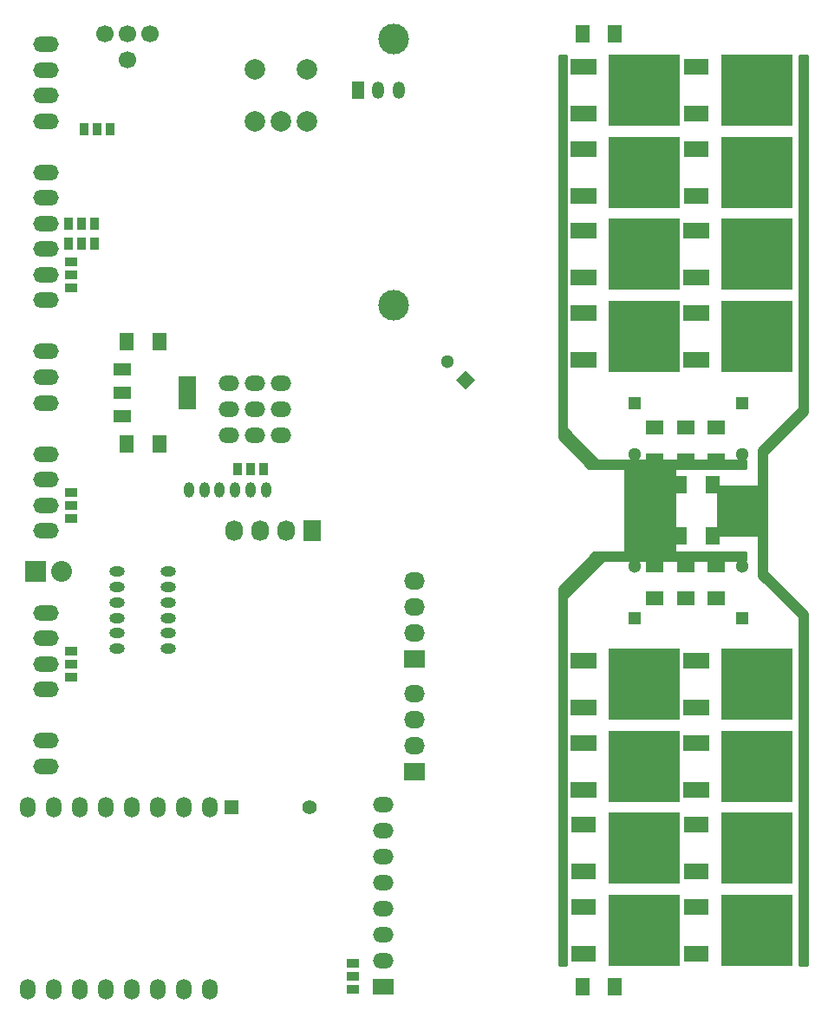
<source format=gbr>
G04 #@! TF.FileFunction,Soldermask,Bot*
%FSLAX46Y46*%
G04 Gerber Fmt 4.6, Leading zero omitted, Abs format (unit mm)*
G04 Created by KiCad (PCBNEW 4.0.7) date 01/01/18 23:45:37*
%MOMM*%
%LPD*%
G01*
G04 APERTURE LIST*
%ADD10C,0.100000*%
%ADD11R,2.032000X1.727200*%
%ADD12O,2.032000X1.727200*%
%ADD13R,1.300000X1.300000*%
%ADD14C,1.300000*%
%ADD15O,1.524000X1.000000*%
%ADD16O,1.000000X1.524000*%
%ADD17R,1.700000X1.200000*%
%ADD18R,1.700000X3.300000*%
%ADD19R,2.499360X1.501140*%
%ADD20R,7.000240X7.000240*%
%ADD21R,2.400000X1.500000*%
%ADD22R,1.727200X2.032000*%
%ADD23O,1.727200X2.032000*%
%ADD24O,2.500000X1.500000*%
%ADD25R,1.400000X1.800000*%
%ADD26R,1.800000X1.400000*%
%ADD27R,1.270000X0.965200*%
%ADD28R,0.965200X1.270000*%
%ADD29R,2.000000X1.500000*%
%ADD30O,2.000000X1.500000*%
%ADD31R,2.032000X2.032000*%
%ADD32O,2.032000X2.032000*%
%ADD33C,4.064000*%
%ADD34C,1.700000*%
%ADD35O,1.500000X2.000000*%
%ADD36R,1.397000X1.397000*%
%ADD37C,1.397000*%
%ADD38R,1.200000X1.700000*%
%ADD39O,1.200000X1.700000*%
%ADD40C,3.000000*%
%ADD41C,2.000000*%
%ADD42C,0.254000*%
G04 APERTURE END LIST*
D10*
D11*
X39000000Y-73500000D03*
D12*
X39000000Y-70960000D03*
X39000000Y-68420000D03*
X39000000Y-65880000D03*
D13*
X71000000Y-58500000D03*
D14*
X71000000Y-53500000D03*
D15*
X10000000Y-61500000D03*
X10000000Y-60000000D03*
X10000000Y-58500000D03*
X10000000Y-57000000D03*
X10000000Y-55500000D03*
X10000000Y-54000000D03*
D16*
X24500000Y-46000000D03*
X23000000Y-46000000D03*
X21500000Y-46000000D03*
X20000000Y-46000000D03*
X18500000Y-46000000D03*
X17000000Y-46000000D03*
D17*
X10500000Y-38800000D03*
X10500000Y-36500000D03*
X10500000Y-34200000D03*
D18*
X16800000Y-36500000D03*
D19*
X55550680Y-9275840D03*
X55550680Y-4724160D03*
D20*
X61449320Y-7000000D03*
D19*
X55550680Y-17275840D03*
X55550680Y-12724160D03*
D20*
X61449320Y-15000000D03*
D19*
X66550680Y-25275840D03*
X66550680Y-20724160D03*
D20*
X72449320Y-23000000D03*
D19*
X55550680Y-25275840D03*
X55550680Y-20724160D03*
D20*
X61449320Y-23000000D03*
D19*
X66550680Y-33275840D03*
X66550680Y-28724160D03*
D20*
X72449320Y-31000000D03*
D19*
X55550680Y-33275840D03*
X55550680Y-28724160D03*
D20*
X61449320Y-31000000D03*
D19*
X66550680Y-67275840D03*
X66550680Y-62724160D03*
D20*
X72449320Y-65000000D03*
D19*
X55550680Y-67275840D03*
X55550680Y-62724160D03*
D20*
X61449320Y-65000000D03*
D19*
X66550680Y-75275840D03*
X66550680Y-70724160D03*
D20*
X72449320Y-73000000D03*
D19*
X55550680Y-75275840D03*
X55550680Y-70724160D03*
D20*
X61449320Y-73000000D03*
D21*
X66550000Y-9300000D03*
X66550000Y-4700000D03*
D20*
X72449320Y-7000000D03*
D21*
X66550000Y-17300000D03*
X66550000Y-12700000D03*
D20*
X72449320Y-15000000D03*
D22*
X29000000Y-50000000D03*
D23*
X26460000Y-50000000D03*
X23920000Y-50000000D03*
X21380000Y-50000000D03*
D13*
X71000000Y-37500000D03*
D14*
X71000000Y-42500000D03*
D13*
X60500000Y-37500000D03*
D14*
X60500000Y-42500000D03*
D13*
X60500000Y-58500000D03*
D14*
X60500000Y-53500000D03*
D24*
X3000000Y-58000000D03*
X3000000Y-60500000D03*
X3000000Y-63000000D03*
X3000000Y-65500000D03*
X3000000Y-15000000D03*
X3000000Y-17500000D03*
X3000000Y-20000000D03*
X3000000Y-22500000D03*
X3000000Y-25000000D03*
X3000000Y-27500000D03*
D25*
X14100000Y-31500000D03*
X10900000Y-31500000D03*
X14100000Y-41500000D03*
X10900000Y-41500000D03*
D26*
X68500000Y-39900000D03*
X68500000Y-43100000D03*
X65500000Y-39900000D03*
X65500000Y-43100000D03*
X62500000Y-39900000D03*
X62500000Y-43100000D03*
D27*
X5500000Y-61730000D03*
X5500000Y-63000000D03*
X5500000Y-64270000D03*
D28*
X24270000Y-44000000D03*
X23000000Y-44000000D03*
X21730000Y-44000000D03*
D27*
X5500000Y-26270000D03*
X5500000Y-25000000D03*
X5500000Y-23730000D03*
D26*
X62500000Y-56600000D03*
X62500000Y-53400000D03*
X68500000Y-56600000D03*
X68500000Y-53400000D03*
X65500000Y-56600000D03*
X65500000Y-53400000D03*
D15*
X15000000Y-61500000D03*
X15000000Y-60000000D03*
X15000000Y-58500000D03*
X15000000Y-57000000D03*
X15000000Y-55500000D03*
X15000000Y-54000000D03*
D29*
X36000000Y-94500000D03*
D30*
X36000000Y-91960000D03*
X36000000Y-89420000D03*
X36000000Y-86880000D03*
X36000000Y-84340000D03*
X36000000Y-81800000D03*
X36000000Y-79260000D03*
X36000000Y-76720000D03*
D24*
X3000000Y-70500000D03*
X3000000Y-73000000D03*
D21*
X66550000Y-83300000D03*
X66550000Y-78700000D03*
D20*
X72449320Y-81000000D03*
D21*
X55550000Y-83300000D03*
X55550000Y-78700000D03*
D20*
X61449320Y-81000000D03*
D21*
X66550000Y-91300000D03*
X66550000Y-86700000D03*
D20*
X72449320Y-89000000D03*
D21*
X55550000Y-91300000D03*
X55550000Y-86700000D03*
D20*
X61449320Y-89000000D03*
D24*
X3000000Y-2500000D03*
X3000000Y-5000000D03*
X3000000Y-7500000D03*
X3000000Y-10000000D03*
X3000000Y-42500000D03*
X3000000Y-45000000D03*
X3000000Y-47500000D03*
X3000000Y-50000000D03*
D31*
X2000000Y-54000000D03*
D32*
X4540000Y-54000000D03*
D24*
X3000000Y-32500000D03*
X3000000Y-35000000D03*
X3000000Y-37500000D03*
D11*
X39000000Y-62500000D03*
D12*
X39000000Y-59960000D03*
X39000000Y-57420000D03*
X39000000Y-54880000D03*
D28*
X6730000Y-10750000D03*
X8000000Y-10750000D03*
X9270000Y-10750000D03*
D27*
X5500000Y-46230000D03*
X5500000Y-47500000D03*
X5500000Y-48770000D03*
D33*
X71000000Y-48000000D03*
X62000000Y-48000000D03*
D34*
X8800000Y-1500000D03*
X11000000Y-1500000D03*
X11000000Y-4000000D03*
X13200000Y-1500000D03*
D35*
X19000000Y-77000000D03*
X16460000Y-77000000D03*
X13920000Y-77000000D03*
X11380000Y-77000000D03*
X8840000Y-77000000D03*
X6300000Y-77000000D03*
X3760000Y-77000000D03*
X1220000Y-77000000D03*
X19000000Y-94780000D03*
X16460000Y-94780000D03*
X13920000Y-94780000D03*
X11380000Y-94780000D03*
X8840000Y-94780000D03*
X6300000Y-94780000D03*
X3760000Y-94780000D03*
X1220000Y-94780000D03*
D14*
X42232233Y-33482233D03*
D10*
G36*
X44919239Y-35250000D02*
X44000000Y-36169239D01*
X43080761Y-35250000D01*
X44000000Y-34330761D01*
X44919239Y-35250000D01*
X44919239Y-35250000D01*
G37*
D28*
X5230000Y-20000000D03*
X6500000Y-20000000D03*
X7770000Y-20000000D03*
X7770000Y-22000000D03*
X6500000Y-22000000D03*
X5230000Y-22000000D03*
D36*
X21190000Y-77000000D03*
D37*
X28810000Y-77000000D03*
D38*
X33500000Y-7000000D03*
D39*
X35500000Y-7000000D03*
X37500000Y-7000000D03*
D40*
X37000000Y-28000000D03*
X37000000Y-2000000D03*
D30*
X25960000Y-40700000D03*
X25960000Y-38160000D03*
X25960000Y-35620000D03*
X23420000Y-40700000D03*
X23420000Y-38160000D03*
X23420000Y-35620000D03*
X20880000Y-40700000D03*
X20880000Y-38160000D03*
X20880000Y-35620000D03*
D25*
X58600000Y-94500000D03*
X55400000Y-94500000D03*
X68100000Y-50500000D03*
X64900000Y-50500000D03*
X58600000Y-1500000D03*
X55400000Y-1500000D03*
X68100000Y-45500000D03*
X64900000Y-45500000D03*
D41*
X23460000Y-10000000D03*
X26000000Y-10000000D03*
X28540000Y-10000000D03*
X23460000Y-4920000D03*
X28540000Y-4920000D03*
D27*
X33000000Y-92230000D03*
X33000000Y-93500000D03*
X33000000Y-94770000D03*
D42*
G36*
X53873000Y-40000000D02*
X53883006Y-40049410D01*
X53910197Y-40089803D01*
X56910197Y-43089803D01*
X56952211Y-43117666D01*
X57000000Y-43127000D01*
X71373000Y-43127000D01*
X71373000Y-43873000D01*
X64500000Y-43873000D01*
X64450590Y-43883006D01*
X64408965Y-43911447D01*
X64381685Y-43953841D01*
X64373000Y-44000000D01*
X64373000Y-52000000D01*
X64383006Y-52049410D01*
X64411447Y-52091035D01*
X64453841Y-52118315D01*
X64500000Y-52127000D01*
X71373000Y-52127000D01*
X71373000Y-52873000D01*
X57500000Y-52873000D01*
X57450590Y-52883006D01*
X57410197Y-52910197D01*
X53910197Y-56410197D01*
X53882334Y-56452211D01*
X53873000Y-56500000D01*
X53873000Y-92373000D01*
X53127000Y-92373000D01*
X53127000Y-55552606D01*
X56552606Y-52127000D01*
X59500000Y-52127000D01*
X59549410Y-52116994D01*
X59591035Y-52088553D01*
X59618315Y-52046159D01*
X59627000Y-52000000D01*
X59627000Y-44000000D01*
X59616994Y-43950590D01*
X59588553Y-43908965D01*
X59546159Y-43881685D01*
X59500000Y-43873000D01*
X56052606Y-43873000D01*
X53127000Y-40947394D01*
X53127000Y-3627000D01*
X53873000Y-3627000D01*
X53873000Y-40000000D01*
X53873000Y-40000000D01*
G37*
X53873000Y-40000000D02*
X53883006Y-40049410D01*
X53910197Y-40089803D01*
X56910197Y-43089803D01*
X56952211Y-43117666D01*
X57000000Y-43127000D01*
X71373000Y-43127000D01*
X71373000Y-43873000D01*
X64500000Y-43873000D01*
X64450590Y-43883006D01*
X64408965Y-43911447D01*
X64381685Y-43953841D01*
X64373000Y-44000000D01*
X64373000Y-52000000D01*
X64383006Y-52049410D01*
X64411447Y-52091035D01*
X64453841Y-52118315D01*
X64500000Y-52127000D01*
X71373000Y-52127000D01*
X71373000Y-52873000D01*
X57500000Y-52873000D01*
X57450590Y-52883006D01*
X57410197Y-52910197D01*
X53910197Y-56410197D01*
X53882334Y-56452211D01*
X53873000Y-56500000D01*
X53873000Y-92373000D01*
X53127000Y-92373000D01*
X53127000Y-55552606D01*
X56552606Y-52127000D01*
X59500000Y-52127000D01*
X59549410Y-52116994D01*
X59591035Y-52088553D01*
X59618315Y-52046159D01*
X59627000Y-52000000D01*
X59627000Y-44000000D01*
X59616994Y-43950590D01*
X59588553Y-43908965D01*
X59546159Y-43881685D01*
X59500000Y-43873000D01*
X56052606Y-43873000D01*
X53127000Y-40947394D01*
X53127000Y-3627000D01*
X53873000Y-3627000D01*
X53873000Y-40000000D01*
G36*
X77373000Y-38447394D02*
X73410197Y-42410197D01*
X73382334Y-42452211D01*
X73373000Y-42500000D01*
X73373000Y-54000000D01*
X73383006Y-54049410D01*
X73410197Y-54089803D01*
X77373000Y-58052606D01*
X77373000Y-92373000D01*
X76627000Y-92373000D01*
X76627000Y-58500000D01*
X76616994Y-58450590D01*
X76589803Y-58410197D01*
X72627000Y-54447394D01*
X72627000Y-50500000D01*
X72616994Y-50450590D01*
X72588553Y-50408965D01*
X72546159Y-50381685D01*
X72500000Y-50373000D01*
X68627000Y-50373000D01*
X68627000Y-45627000D01*
X72500000Y-45627000D01*
X72549410Y-45616994D01*
X72591035Y-45588553D01*
X72618315Y-45546159D01*
X72627000Y-45500000D01*
X72627000Y-42052606D01*
X76589803Y-38089803D01*
X76617666Y-38047789D01*
X76627000Y-38000000D01*
X76627000Y-3627000D01*
X77373000Y-3627000D01*
X77373000Y-38447394D01*
X77373000Y-38447394D01*
G37*
X77373000Y-38447394D02*
X73410197Y-42410197D01*
X73382334Y-42452211D01*
X73373000Y-42500000D01*
X73373000Y-54000000D01*
X73383006Y-54049410D01*
X73410197Y-54089803D01*
X77373000Y-58052606D01*
X77373000Y-92373000D01*
X76627000Y-92373000D01*
X76627000Y-58500000D01*
X76616994Y-58450590D01*
X76589803Y-58410197D01*
X72627000Y-54447394D01*
X72627000Y-50500000D01*
X72616994Y-50450590D01*
X72588553Y-50408965D01*
X72546159Y-50381685D01*
X72500000Y-50373000D01*
X68627000Y-50373000D01*
X68627000Y-45627000D01*
X72500000Y-45627000D01*
X72549410Y-45616994D01*
X72591035Y-45588553D01*
X72618315Y-45546159D01*
X72627000Y-45500000D01*
X72627000Y-42052606D01*
X76589803Y-38089803D01*
X76617666Y-38047789D01*
X76627000Y-38000000D01*
X76627000Y-3627000D01*
X77373000Y-3627000D01*
X77373000Y-38447394D01*
M02*

</source>
